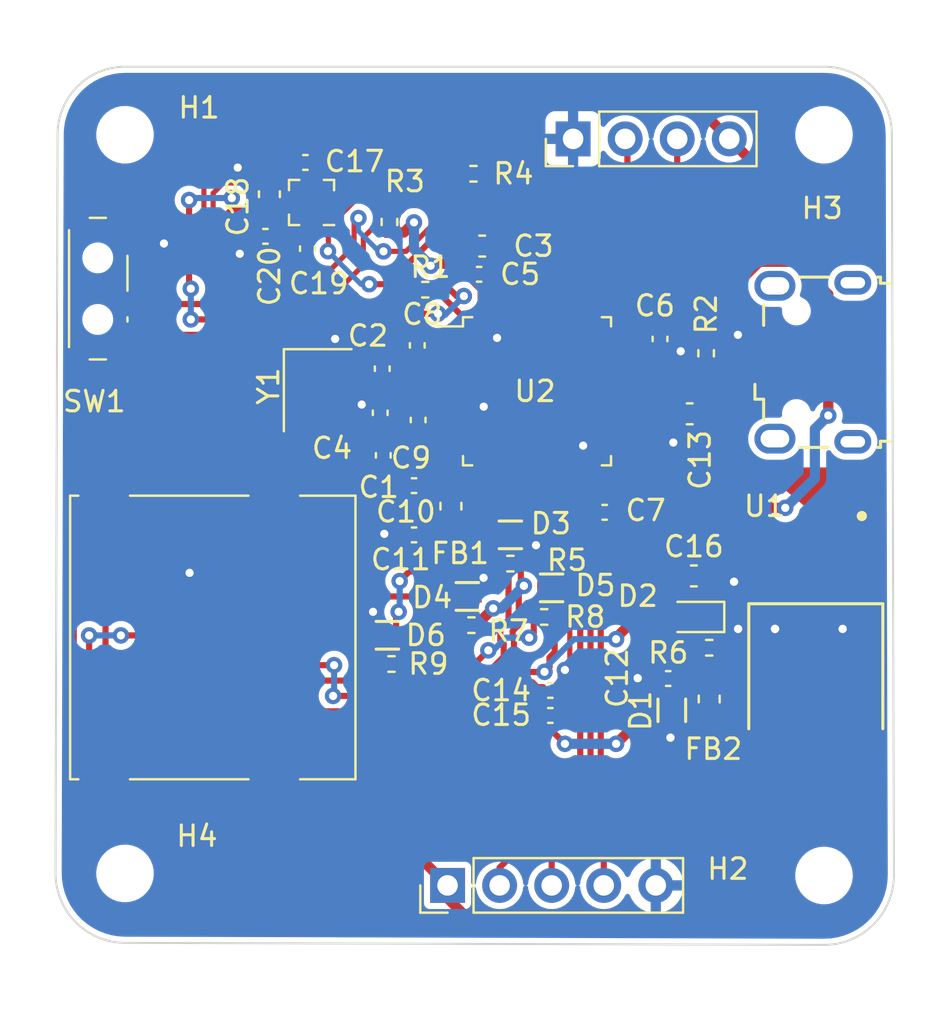
<source format=kicad_pcb>
(kicad_pcb (version 20211014) (generator pcbnew)
  (layers (0 "F.Cu" signal) (31 "B.Cu" power) (34 "B.Paste" user) (35 "F.Paste" user) (36 "B.SilkS" user "B.Silkscreen") (37 "F.SilkS" user "F.Silkscreen") (38 "B.Mask" user) (39 "F.Mask" user) (44 "Edge.Cuts" user))
  (net 0 "")
  (net 1 "/NRST")
  (net 2 "GND")
  (net 3 "/HSE_IN")
  (net 4 "+3V3")
  (net 5 "/HSE_OUT")
  (net 6 "+3.3VA")
  (net 7 "VBUS")
  (net 8 "/SD_VDD")
  (net 9 "Net-(C17-Pad1)")
  (net 10 "/PWR_LED")
  (net 11 "SD_MISO")
  (net 12 "SD_SCK")
  (net 13 "SD_MOSI")
  (net 14 "SD_SS")
  (net 15 "/SWCLK")
  (net 16 "/SWDIO")
  (net 17 "/USB_D-")
  (net 18 "/USB_D+")
  (net 24 "/GPIO_1")
  (net 25 "/GPIO_2")
  (net 26 "/GPIO_3")
  (net 27 "/SW_BOOT0")
  (net 28 "/BOOT0")
  (net 29 "IMU_SDA")
  (net 30 "IMU_SCL")
  (net 43 "/INT_MAG")
  (net 49 "/INT_XL")
  (footprint "Capacitor_SMD:C_0402_1005Metric" (layer "F.Cu") (at 182.548 77.0823 -90)
    (fp_text reference "C8")
    (fp_text value "100n")
  )
  (footprint "Capacitor_SMD:C_0402_1005Metric" (layer "F.Cu") (at 182.39 83.9175 180)
    (fp_text reference "C10")
    (fp_text value "1u")
  )
  (footprint "Resistor_SMD:R_0402_1005Metric" (layer "F.Cu") (at 181.19 71.0675 90)
    (fp_text reference "R3")
    (fp_text value "1k5")
  )
  (footprint "Resistor_SMD:R_0402_1005Metric" (layer "F.Cu") (at 196.64 77.4675 -90)
    (fp_text reference "R2")
    (fp_text value "1k5")
  )
  (footprint "Capacitor_SMD:C_0402_1005Metric" (layer "F.Cu") (at 185.565 73.6175)
    (fp_text reference "C5")
    (fp_text value "100n")
  )
  (footprint "MountingHole:MountingHole_2.2mm_M2" (layer "F.Cu") (at 168.29 66.8175)
    (fp_text reference "H1")
    (fp_text value "MountingHole")
  )
  (footprint "Package_QFP:LQFP-48_7x7mm_P0.5mm" (layer "F.Cu") (at 188.39 79.3175)
    (fp_text reference "U2")
    (fp_text value "STM32F103CBT6")
  )
  (footprint "eec:ON_Semi-CASE_369C-0-0-0" (layer "F.Cu") (at 201.99 92.721251 180)
    (fp_text reference "U1")
    (fp_text value "NCP5501DT33RKG" hide)
  )
  (footprint "Capacitor_SMD:C_0402_1005Metric" (layer "F.Cu") (at 177.09 68.1675 180)
    (fp_text reference "C17")
    (fp_text value "100n")
  )
  (footprint "Capacitor_SMD:C_0603_1608Metric" (layer "F.Cu") (at 185.715 72.2425 180)
    (fp_text reference "C3")
    (fp_text value "10u")
  )
  (footprint "Resistor_SMD:R_0402_1005Metric" (layer "F.Cu") (at 182.94 74.3675)
    (fp_text reference "R1")
    (fp_text value "10k")
  )
  (footprint "Inductor_SMD:L_0603_1608Metric" (layer "F.Cu") (at 196.79 94.3175 -90)
    (fp_text reference "FB2")
    (fp_text value "FerriteBead")
  )
  (footprint "esd2:Semtech-SLP1006P2-0-0-MFG" (layer "F.Cu") (at 189.1 88.9)
    (fp_text reference "D5")
    (fp_text value "SM6T12A" hide)
  )
  (footprint "Package_LGA:LGA-12_2x2mm_P0.5mm" (layer "F.Cu") (at 177.39 70.1175 180)
    (fp_text reference "U3" hide)
    (fp_text value "LSM303C")
  )
  (footprint "Connector_USB:USB_Micro-B_Wuerth_629105150521" (layer "F.Cu") (at 201.845 77.905 90)
    (fp_text reference "J2" hide)
    (fp_text value "USB_B_Micro")
  )
  (footprint "Capacitor_SMD:C_0402_1005Metric" (layer "F.Cu") (at 182.39 86.3175 180)
    (fp_text reference "C11")
    (fp_text value "1u")
  )
  (footprint "Capacitor_SMD:C_0402_1005Metric" (layer "F.Cu") (at 177.19 72.3675 90)
    (fp_text reference "C19")
    (fp_text value "100n")
  )
  (footprint "Resistor_SMD:R_0402_1005Metric" (layer "F.Cu") (at 188.74 90.3175 180)
    (fp_text reference "R8")
    (fp_text value "10k")
  )
  (footprint "Capacitor_SMD:C_0402_1005Metric" (layer "F.Cu") (at 191.69 85.2175 180)
    (fp_text reference "C7")
    (fp_text value "100n")
  )
  (footprint "Resistor_SMD:R_0402_1005Metric" (layer "F.Cu") (at 187.09 87.7175 180)
    (fp_text reference "R5")
    (fp_text value "10k")
  )
  (footprint "Capacitor_SMD:C_0402_1005Metric" (layer "F.Cu") (at 180.84 78.2175 90)
    (fp_text reference "C2")
    (fp_text value "10p")
  )
  (footprint "Capacitor_SMD:C_0402_1005Metric" (layer "F.Cu") (at 194.39 76.7675 -90)
    (fp_text reference "C6")
    (fp_text value "100n")
  )
  (footprint "Connector_PinHeader_2.54mm:PinHeader_1x04_P2.54mm_Vertical" (layer "F.Cu") (at 190.15 67.0175 90)
    (fp_text reference "J1" hide)
    (fp_text value "Conn_01x04_Male")
  )
  (footprint "Button_Switch_SMD:SW_SPDT_PCM12" (layer "F.Cu") (at 167.29 74.3175 -90)
    (fp_text reference "SW1")
    (fp_text value "SW_SPDT")
  )
  (footprint "Capacitor_SMD:C_0402_1005Metric" (layer "F.Cu") (at 189.04 93.9)
    (fp_text reference "C14")
    (fp_text value "2u2")
  )
  (footprint "esd2:Semtech-SLP1006P2-0-0-MFG" (layer "F.Cu") (at 184.99 89.3175)
    (fp_text reference "D4")
    (fp_text value "SM6T12A" hide)
  )
  (footprint "Connector_PinHeader_2.54mm:PinHeader_1x05_P2.54mm_Vertical" (layer "F.Cu") (at 184.025 103.4 90)
    (fp_text reference "J4" hide)
    (fp_text value "Conn_01x05_Male")
  )
  (footprint "Resistor_SMD:R_0402_1005Metric" (layer "F.Cu") (at 185.29 68.7175 180)
    (fp_text reference "R4")
    (fp_text value "1k5")
  )
  (footprint "MountingHole:MountingHole_2.2mm_M2" (layer "F.Cu") (at 202.39 66.8175)
    (fp_text reference "H3")
    (fp_text value "MountingHole")
  )
  (footprint "esd2:Semtech-SLP1006P2-0-0-MFG" (layer "F.Cu") (at 194.965 94.8675 -90)
    (fp_text reference "D1")
    (fp_text value "SM6T12A" hide)
  )
  (footprint "MountingHole:MountingHole_2.2mm_M2" (layer "F.Cu") (at 168.29 102.8175)
    (fp_text reference "H4")
    (fp_text value "MountingHole")
  )
  (footprint "Resistor_SMD:R_0402_1005Metric" (layer "F.Cu") (at 181.29 92.61 180)
    (fp_text reference "R9")
    (fp_text value "10k")
  )
  (footprint "Capacitor_SMD:C_0402_1005Metric" (layer "F.Cu") (at 180.74 80.3675 90)
    (fp_text reference "C4")
    (fp_text value "10p")
  )
  (footprint "Resistor_SMD:R_0402_1005Metric" (layer "F.Cu") (at 185.19 90.7175 180)
    (fp_text reference "R7")
    (fp_text value "10k")
  )
  (footprint "Inductor_SMD:L_0603_1608Metric" (layer "F.Cu") (at 184.19 84.9175 -90)
    (fp_text reference "FB1")
    (fp_text value "120R@100Hz")
  )
  (footprint "Capacitor_SMD:C_0402_1005Metric" (layer "F.Cu") (at 180.89 82.4425 -90)
    (fp_text reference "C1")
    (fp_text value "100n")
  )
  (footprint "LED_SMD:LED_0603_1608Metric" (layer "F.Cu") (at 196.04 90.3175 180)
    (fp_text reference "D2")
    (fp_text value "LED")
  )
  (footprint "Capacitor_SMD:C_0402_1005Metric" (layer "F.Cu") (at 189.04 95.1175)
    (fp_text reference "C15")
    (fp_text value "100n")
  )
  (footprint "Capacitor_SMD:C_0402_1005Metric" (layer "F.Cu") (at 182.59 80.7175 90)
    (fp_text reference "C9")
    (fp_text value "100n")
  )
  (footprint "esd2:Semtech-SLP1006P2-0-0-MFG" (layer "F.Cu") (at 187.09 86.3175)
    (fp_text reference "D3")
    (fp_text value "SM6T12A" hide)
  )
  (footprint "Capacitor_SMD:C_0402_1005Metric" (layer "F.Cu") (at 194.79 93.3175 180)
    (fp_text reference "C12")
    (fp_text value "2u2")
  )
  (footprint "MountingHole:MountingHole_2.2mm_M2" (layer "F.Cu") (at 202.39 102.9175)
    (fp_text reference "H2")
    (fp_text value "MountingHole")
  )
  (footprint "Capacitor_SMD:C_0603_1608Metric" (layer "F.Cu") (at 196.04 88.3175)
    (fp_text reference "C16")
    (fp_text value "4.7u")
  )
  (footprint "Connector_Card:microSD_HC_Wuerth_693072010801" (layer "F.Cu") (at 171.4225 91.3175 90)
    (fp_text reference "J3" hide)
    (fp_text value "Micro_SD_Card")
  )
  (footprint "esd2:Semtech-SLP1006P2-0-0-MFG" (layer "F.Cu") (at 181.09 91.21 180)
    (fp_text reference "D6")
    (fp_text value "SM6T12A" hide)
  )
  (footprint "Capacitor_SMD:C_0603_1608Metric" (layer "F.Cu") (at 175.335 69.7145 90)
    (fp_text reference "C18")
    (fp_text value "10u")
  )
  (footprint "Resistor_SMD:R_0402_1005Metric" (layer "F.Cu") (at 196.79 91.8175 180)
    (fp_text reference "R6")
    (fp_text value "1k5")
  )
  (footprint "Capacitor_SMD:C_0603_1608Metric" (layer "F.Cu") (at 195.84 80.4175 180)
    (fp_text reference "C13")
    (fp_text value "10u")
  )
  (footprint "Capacitor_SMD:C_0402_1005Metric" (layer "F.Cu") (at 175.14 71.7675 180)
    (fp_text reference "C20")
    (fp_text value "100n")
  )
  (footprint "Crystal:Crystal_SMD_3225-4Pin_3.2x2.5mm" (layer "F.Cu") (at 177.69 79.2675 -90)
    (fp_text reference "Y1")
    (fp_text value "Crystal_GND24")
  )
  (gr_arc (start 165 66.8) (mid 165.966548 64.466548) (end 168.3 63.5) (layer "Edge.Cuts") (width 0.1))
  (gr_line (start 164.9 102.8) (end 165 66.8) (layer "Edge.Cuts") (width 0.1))
  (gr_line (start 205.699999 66.8) (end 205.8 102.9) (layer "Edge.Cuts") (width 0.1))
  (gr_line (start 168.3 63.5) (end 202.4 63.5) (layer "Edge.Cuts") (width 0.1))
  (gr_arc (start 168.3 106.2) (mid 165.895837 105.204163) (end 164.9 102.8) (layer "Edge.Cuts") (width 0.1))
  (gr_arc (start 202.4 63.5) (mid 204.733452 64.466548) (end 205.699999 66.8) (layer "Edge.Cuts") (width 0.1))
  (gr_arc (start 205.8 102.9) (mid 204.804163 105.304163) (end 202.4 106.3) (layer "Edge.Cuts") (width 0.1))
  (gr_line (start 168.3 106.2) (end 202.4 106.3) (layer "Edge.Cuts") (width 0.1))
  (segment (start 181.515 81.3375) (end 181.515 80.821213) (width 0.3) (layer "F.Cu") (net 1))
  (segment (start 182.976783 79.5675) (end 184.2275 79.5675) (width 0.3) (layer "F.Cu") (net 1))
  (segment (start 182.775823 79.36654) (end 182.976783 79.5675) (width 0.3) (layer "F.Cu") (net 1))
  (segment (start 181.899039 80.437174) (end 181.89904 79.65846) (width 0.3) (layer "F.Cu") (net 1))
  (segment (start 181.515 80.821213) (end 181.899039 80.437174) (width 0.3) (layer "F.Cu") (net 1))
  (segment (start 180.89 81.9625) (end 181.515 81.3375) (width 0.3) (layer "F.Cu") (net 1))
  (segment (start 181.89904 79.65846) (end 182.19096 79.36654) (width 0.3) (layer "F.Cu") (net 1))
  (segment (start 182.19096 79.36654) (end 182.775823 79.36654) (width 0.3) (layer "F.Cu") (net 1))
  (segment (start 175.24 72.5675) (end 174.66 71.9875) (width 0.25) (layer "F.Cu") (net 2))
  (segment (start 177.19 71.8875) (end 176.77 71.8875) (width 0.25) (layer "F.Cu") (net 2))
  (segment (start 175.335 68.9395) (end 174.813 68.4175) (width 0.25) (layer "F.Cu") (net 2))
  (segment (start 198.24 76.6175) (end 198.19 76.5675) (width 0.25) (layer "F.Cu") (net 2))
  (segment (start 184.2275 80.0675) (end 182.76 80.0675) (width 0.3) (layer "F.Cu") (net 2))
  (segment (start 178.54 78.1675) (end 178.97 77.7375) (width 0.3) (layer "F.Cu") (net 2))
  (segment (start 193.3175 93.3175) (end 193.3 93.3) (width 0.5) (layer "F.Cu") (net 2))
  (segment (start 170.14 72.0675) (end 170.19 72.1175) (width 0.3) (layer "F.Cu") (net 2))
  (segment (start 194.37 77.2675) (end 194.39 77.2475) (width 0.3) (layer "F.Cu") (net 2))
  (segment (start 194.965 95.2925) (end 194.965 96.135) (width 0.5) (layer "F.Cu") (net 2))
  (segment (start 193.590361 77.2675) (end 194.37 77.2675) (width 0.3) (layer "F.Cu") (net 2))
  (segment (start 176.09 72.5675) (end 175.24 72.5675) (width 0.25) (layer "F.Cu") (net 2))
  (segment (start 193.390361 77.0675) (end 193.590361 77.2675) (width 0.3) (layer "F.Cu") (net 2))
  (segment (start 176.51 68.0675) (end 176.61 68.1675) (width 0.3) (layer "F.Cu") (net 2))
  (segment (start 184.2275 80.0675) (end 185.79 80.0675) (width 0.3) (layer "F.Cu") (net 2))
  (segment (start 168.72 72.0675) (end 170.14 72.0675) (width 0.3) (layer "F.Cu") (net 2))
  (segment (start 181.91 86.3175) (end 181.91 83.9175) (width 0.3) (layer "F.Cu") (net 2))
  (segment (start 189.75002 92.9) (end 189.68004 92.83002) (width 0.25) (layer "F.Cu") (net 2))
  (segment (start 176.61 68.338478) (end 176.61 68.1675) (width 0.25) (layer "F.Cu") (net 2))
  (segment (start 190 89.6) (end 190 89.375) (width 0.25) (layer "F.Cu") (net 2))
  (segment (start 180.99 86.3175) (end 180.94 86.2675) (width 0.3) (layer "F.Cu") (net 2))
  (segment (start 176.107 68.1675) (end 175.335 68.9395) (width 0.25) (layer "F.Cu") (net 2))
  (segment (start 180.665 91.21) (end 180.665 90.3425) (width 0.25) (layer "F.Cu") (net 2))
  (segment (start 190.64 83.48) (end 190.64 84.6475) (width 0.3) (layer "F.Cu") (net 2))
  (segment (start 194.39 77.2475) (end 194.432285 77.2475) (width 0.3) (layer "F.Cu") (net 2))
  (segment (start 180.665 90.3425) (end 180.39 90.0675) (width 0.25) (layer "F.Cu") (net 2))
  (segment (start 185.782477 88.409977) (end 185.415 88.777454) (width 0.25) (layer "F.Cu") (net 2))
  (segment (start 189.68004 92.83002) (end 189.52 92.83002) (width 0.25) (layer "F.Cu") (net 2))
  (segment (start 190 89.375) (end 189.525 88.9) (width 0.25) (layer "F.Cu") (net 2))
  (segment (start 180.74 79.8875) (end 179.916966 79.8875) (width 0.3) (layer "F.Cu") (net 2))
  (segment (start 176.84 80.3675) (end 175.890489 79.417989) (width 0.3) (layer "F.Cu") (net 2))
  (segment (start 176.6275 69.8675) (end 177.139022 69.8675) (width 0.25) (layer "F.Cu") (net 2))
  (segment (start 170.59 89.0175) (end 171.44 88.1675) (width 0.25) (layer "F.Cu") (net 2))
  (segment (start 181.91 86.3175) (end 180.99 86.3175) (width 0.3) (layer "F.Cu") (net 2))
  (segment (start 179.916966 79.8875) (end 179.837955 79.966511) (width 0.3) (layer "F.Cu") (net 2))
  (segment (start 186.14 73.7125) (end 186.14 75.155) (width 0.3) (layer "F.Cu") (net 2))
  (segment (start 181.885 83.9175) (end 180.89 82.9225) (width 0.3) (layer "F.Cu") (net 2))
  (segment (start 177.14 68.868478) (end 176.61 68.338478) (width 0.25) (layer "F.Cu") (net 2))
  (segment (start 186.49 73.1725) (end 186.045 73.6175) (width 0.3) (layer "F.Cu") (net 2))
  (segment (start 178.54 78.1675) (end 178.54 76.767) (width 0.3) (layer "F.Cu") (net 2))
  (segment (start 175.890489 79.417989) (end 175.890489 77.117989) (width 0.3) (layer "F.Cu") (net 2))
  (segment (start 169.64 89.0175) (end 170.59 89.0175) (width 0.25) (layer "F.Cu") (net 2))
  (segment (start 189.75002 92.9) (end 189.52 93.13002) (width 0.25) (layer "F.Cu") (net 2))
  (segment (start 174.66 71.847) (end 174.66 71.7675) (width 0.25) (layer "F.Cu") (net 2))
  (segment (start 188.3405 86.821941) (end 187.836059 86.3175) (width 0.25) (layer "F.Cu") (net 2))
  (segment (start 181.91 83.9175) (end 181.885 83.9175) (width 0.3) (layer "F.Cu") (net 2))
  (segment (start 175.890489 77.117989) (end 176.241478 76.767) (width 0.3) (layer "F.Cu") (net 2))
  (segment (start 186.44 76.7175) (end 186.14 76.4175) (width 0.3) (layer "F.Cu") (net 2))
  (segment (start 189.52 93.13002) (end 189.52 95.1) (width 0.25) (layer "F.Cu") (net 2))
  (segment (start 177.14 69.355) (end 177.14 68.868478) (width 0.25) (layer "F.Cu") (net 2))
  (segment (start 187.836059 86.3175) (end 187.515 86.3175) (width 0.25) (layer "F.Cu") (net 2))
  (segment (start 190.64 83.48) (end 190.64 81.9675) (width 0.3) (layer "F.Cu") (net 2))
  (segment (start 174.66 71.9875) (end 174.66 71.7675) (width 0.25) (layer "F.Cu") (net 2))
  (segment (start 173.8895 72.6175) (end 174.66 71.847) (width 0.25) (layer "F.Cu") (net 2))
  (segment (start 199.635 76.6175) (end 198.24 76.6175) (width 0.25) (layer "F.Cu") (net 2))
  (segment (start 195.065 81.7925) (end 195.04 81.8175) (width 0.25) (layer "F.Cu") (net 2))
  (segment (start 195.2795 77.2475) (end 195.4 77.368) (width 0.3) (layer "F.Cu") (net 2))
  (segment (start 189.99 92.66002) (end 189.99 89.5925) (width 0.25) (layer "F.Cu") (net 2))
  (segment (start 195.065 80.4175) (end 195.065 81.7925) (width 0.25) (layer "F.Cu") (net 2))
  (segment (start 194.31 93.3175) (end 193.3175 93.3175) (width 0.5) (layer "F.Cu") (net 2))
  (segment (start 194.965 96.135) (end 194.9 96.2) (width 0.5) (layer "F.Cu") (net 2))
  (segment (start 192.5525 77.0675) (end 193.390361 77.0675) (width 0.3) (layer "F.Cu") (net 2))
  (segment (start 186.49 72.2425) (end 186.49 73.1725) (width 0.3) (layer "F.Cu") (net 2))
  (segment (start 186.045 73.6175) (end 186.14 73.7125) (width 0.3) (layer "F.Cu") (net 2))
  (segment (start 176.77 71.8875) (end 176.09 72.5675) (width 0.25) (layer "F.Cu") (net 2))
  (segment (start 174.813 68.4175) (end 173.79 68.4175) (width 0.25) (layer "F.Cu") (net 2))
  (segment (start 186.14 76.4175) (end 186.14 75.155) (width 0.3) (layer "F.Cu") (net 2))
  (segment (start 194.39 77.2475) (end 195.2795 77.2475) (width 0.3) (layer "F.Cu") (net 2))
  (segment (start 178.97 77.7375) (end 180.84 77.7375) (width 0.3) (layer "F.Cu") (net 2))
  (segment (start 177.139022 69.8675) (end 177.14 69.866522) (width 0.25) (layer "F.Cu") (net 2))
  (segment (start 189.75002 92.9) (end 189.99 92.66002) (width 0.25) (layer "F.Cu") (net 2))
  (segment (start 181.0152 77.5623) (end 180.84 77.7375) (width 0.3) (layer "F.Cu") (net 2))
  (segment (start 177.14 69.866522) (end 177.14 69.355) (width 0.25) (layer "F.Cu") (net 2))
  (segment (start 182.76 80.0675) (end 182.59 80.2375) (width 0.3) (layer "F.Cu") (net 2))
  (segment (start 182.548 77.5623) (end 181.0152 77.5623) (width 0.3) (layer "F.Cu") (net 2))
  (segment (start 176.61 68.1675) (end 176.107 68.1675) (width 0.25) (layer "F.Cu") (net 2))
  (segment (start 185.415 88.777454) (end 185.415 89.3175) (width 0.25) (layer "F.Cu") (net 2))
  (segment (start 190.64 84.6475) (end 191.21 85.2175) (width 0.3) (layer "F.Cu") (net 2))
  (segment (start 176.241478 76.767) (end 178.54 76.767) (width 0.3) (layer "F.Cu") (net 2))
  (via (at 203.3 90.9) (size 0.8) (drill 0.4) (layers "F.Cu" "B.Cu") (net 2))
  (via (at 185.79 80.0675) (size 0.8) (drill 0.4) (layers "F.Cu" "B.Cu") (net 2))
  (via (at 194.9 96.2) (size 0.8) (drill 0.4) (layers "F.Cu" "B.Cu") (net 2))
  (via (at 189.75002 92.9) (size 0.8) (drill 0.4) (layers "F.Cu" "B.Cu") (net 2))
  (via (at 173.8895 72.6175) (size 0.8) (drill 0.4) (layers "F.Cu" "B.Cu") (net 2))
  (via (at 200 90.9) (size 0.8) (drill 0.4) (layers "F.Cu" "B.Cu") (net 2))
  (via (at 170.19 72.1175) (size 0.8) (drill 0.4) (layers "F.Cu" "B.Cu") (net 2))
  (via (at 173.79 68.4175) (size 0.8) (drill 0.4) (layers "F.Cu" "B.Cu") (net 2))
  (via (at 200 90.9) (size 0.8) (drill 0.4) (layers "F.Cu" "B.Cu") (net 2))
  (via (at 194.9 96.2) (size 0.8) (drill 0.4) (layers "F.Cu" "B.Cu") (net 2))
  (via (at 186.44 76.7175) (size 0.8) (drill 0.4) (layers "F.Cu" "B.Cu") (net 2))
  (via (at 198 88.6) (size 0.8) (drill 0.4) (layers "F.Cu" "B.Cu") (net 2))
  (via (at 195.4 77.368) (size 0.8) (drill 0.4) (layers "F.Cu" "B.Cu") (net 2))
  (via (at 193.3 93.3) (size 0.8) (drill 0.4) (layers "F.Cu" "B.Cu") (net 2))
  (via (at 200 90.9) (size 0.8) (drill 0.4) (layers "F.Cu" "B.Cu") (net 2))
  (via (at 171.44 88.1675) (size 0.8) (drill 0.4) (layers "F.Cu" "B.Cu") (net 2))
  (via (at 198 88.6) (size 0.8) (drill 0.4) (layers "F.Cu" "B.Cu") (net 2))
  (via (at 198.2 90.9) (size 0.8) (drill 0.4) (layers "F.Cu" "B.Cu") (net 2))
  (via (at 200 90.9) (size 0.8) (drill 0.4) (layers "F.Cu" "B.Cu") (net 2))
  (via (at 195.04 81.8175) (size 0.8) (drill 0.4) (layers "F.Cu" "B.Cu") (net 2))
  (via (at 203.3 90.9) (size 0.8) (drill 0.4) (layers "F.Cu" "B.Cu") (net 2))
  (via (at 180.94 86.2675) (size 0.8) (drill 0.4) (layers "F.Cu" "B.Cu") (net 2))
  (via (at 178.54 76.767) (size 0.8) (drill 0.4) (layers "F.Cu" "B.Cu") (net 2))
  (via (at 193.3 93.3) (size 0.8) (drill 0.4) (layers "F.Cu" "B.Cu") (net 2))
  (via (at 179.837955 79.966511) (size 0.8) (drill 0.4) (layers "F.Cu" "B.Cu") (net 2))
  (via (at 188.3405 86.821941) (size 0.8) (drill 0.4) (layers "F.Cu" "B.Cu") (net 2))
  (via (at 180.39 90.0675) (size 0.8) (drill 0.4) (layers "F.Cu" "B.Cu") (net 2))
  (via (at 185.782477 88.409977) (size 0.8) (drill 0.4) (layers "F.Cu" "B.Cu") (net 2))
  (via (at 190.64 81.9675) (size 0.8) (drill 0.4) (layers "F.Cu" "B.Cu") (net 2))
  (via (at 198.19 76.5675) (size 0.8) (drill 0.4) (layers "F.Cu" "B.Cu") (net 2))
  (via (at 198.2 90.9) (size 0.8) (drill 0.4) (layers "F.Cu" "B.Cu") (net 2))
  (segment (start 181.09 78.3675) (end 180.74 78.7175) (width 0.3) (layer "F.Cu") (net 3))
  (segment (start 183.19 78.3675) (end 181.09 78.3675) (width 0.3) (layer "F.Cu") (net 3))
  (segment (start 180.96 78.7175) (end 180.74 78.7175) (width 0.3) (layer "F.Cu") (net 3))
  (segment (start 183.19 78.367861) (end 183.19 78.3675) (width 0.3) (layer "F.Cu") (net 3))
  (segment (start 184.2275 78.5675) (end 183.389639 78.5675) (width 0.3) (layer "F.Cu") (net 3))
  (segment (start 180.74 78.7175) (end 180.240489 79.217011) (width 0.3) (layer "F.Cu") (net 3))
  (segment (start 177.590489 79.217011) (end 176.84 78.466522) (width 0.3) (layer "F.Cu") (net 3))
  (segment (start 180.240489 79.217011) (end 177.590489 79.217011) (width 0.3) (layer "F.Cu") (net 3))
  (segment (start 183.389639 78.5675) (end 183.19 78.367861) (width 0.3) (layer "F.Cu") (net 3))
  (segment (start 176.84 78.466522) (end 176.84 78.1675) (width 0.3) (layer "F.Cu") (net 3))
  (segment (start 183.4825 85.705) (end 182.87 86.3175) (width 0.3) (layer "F.Cu") (net 4))
  (segment (start 177.19 72.8475) (end 176.481072 72.8475) (width 0.3) (layer "F.Cu") (net 4))
  (segment (start 174.4325 76.5675) (end 174.6 76.4) (width 0.3) (layer "F.Cu") (net 4))
  (segment (start 173.46683 70.4895) (end 175.335 70.4895) (width 0.3) (layer "F.Cu") (net 4))
  (segment (start 181.9632 76.0175) (end 182.548 76.6023) (width 0.3) (layer "F.Cu") (net 4))
  (segment (start 192.248059 91.334441) (end 195.265 88.3175) (width 0.5) (layer "F.Cu") (net 4))
  (segment (start 185.085 72.3875) (end 184.94 72.2425) (width 0.3) (layer "F.Cu") (net 4))
  (segment (start 187.2 91.006428) (end 187.49952 90.706908) (width 0.3) (layer "F.Cu") (net 4))
  (segment (start 188.747345 93) (end 187.5 93) (width 0.3) (layer "F.Cu") (net 4))
  (segment (start 183.561273 75.538727) (end 182.441973 75.538727) (width 0.3) (layer "F.Cu") (net 4))
  (segment (start 168.72 76.5675) (end 174.4325 76.5675) (width 0.3) (layer "F.Cu") (net 4))
  (segment (start 174.52495 73.04202) (end 174.199959 73.367011) (width 0.3) (layer "F.Cu") (net 4))
  (segment (start 199.233498 73.00548) (end 196.64 75.598978) (width 0.5) (layer "F.Cu") (net 4))
  (segment (start 168.042639 97.017989) (end 165.690489 94.665839) (width 0.5) (layer "F.Cu") (net 4))
  (segment (start 182.6828 76.4675) (end 182.548 76.6023) (width 0.3) (layer "F.Cu") (net 4))
  (segment (start 166.032011 83.267989) (end 176.767989 83.267989) (width 0.5) (layer "F.Cu") (net 4))
  (segment (start 194.37 76.2675) (end 194.39 76.2875) (width 0.3) (layer "F.Cu") (net 4))
  (segment (start 188.754811 92.992534) (end 189.000509 92.746836) (width 0.3) (layer "F.Cu") (net 4))
  (segment (start 199.233498 68.480998) (end 197.77 67.0175) (width 0.5) (layer "F.Cu") (net 4))
  (segment (start 184 73.1) (end 183.3 73.1) (width 0.5) (layer "F.Cu") (net 4))
  (segment (start 174.6 76.4) (end 174.64 76.44) (width 0.5) (layer "F.Cu") (net 4))
  (segment (start 192.248059 91.4) (end 192.248059 91.334441) (width 0.5) (layer "F.Cu") (net 4))
  (segment (start 175.335 70.4895) (end 175.335 71.4825) (width 0.3) (layer "F.Cu") (net 4))
  (segment (start 173.139989 72.927959) (end 173.139989 70.816341) (width 0.3) (layer "F.Cu") (net 4))
  (segment (start 177.642989 97.017989) (end 168.042639 97.017989) (width 0.5) (layer "F.Cu") (net 4))
  (segment (start 182.441973 75.538727) (end 181.9632 76.0175) (width 0.3) (layer "F.Cu") (net 4))
  (segment (start 184.0825 73.1) (end 184 73.1) (width 0.3) (layer "F.Cu") (net 4))
  (segment (start 184.025 104.025) (end 185.2 105.2) (width 0.5) (layer "F.Cu") (net 4))
  (segment (start 183.8 87.5) (end 184.19 87.11) (width 0.5) (layer "F.Cu") (net 4))
  (segment (start 175.335 70.4895) (end 175.968 70.4895) (width 0.3) (layer "F.Cu") (net 4))
  (segment (start 196.64 75.598978) (end 196.64 76.9575) (width 0.5) (layer "F.Cu") (net 4))
  (segment (start 183.19 76.5675) (end 183.09 76.4675) (width 0.3) (layer "F.Cu") (net 4))
  (segment (start 185.64 74.3675) (end 185.085 73.8125) (width 0.3) (layer "F.Cu") (net 4))
  (segment (start 187.2 91.361103) (end 187.2 91.006428) (width 0.3) (layer "F.Cu") (net 4))
  (segment (start 184.025 103.4) (end 177.642989 97.017989) (width 0.5) (layer "F.Cu") (net 4))
  (segment (start 175.968 70.4895) (end 176.065489 70.392011) (width 0.3) (layer "F.Cu") (net 4))
  (segment (start 176.767989 83.267989) (end 179.8 86.3) (width 0.5) (layer "F.Cu") (net 4))
  (segment (start 192.6175 88.3175) (end 192.098079 87.798079) (width 0.5) (layer "F.Cu") (net 4))
  (segment (start 195.265 85.935) (end 196.2 85) (width 0.5) (layer "F.Cu") (net 4))
  (segment (start 195.265 88.3175) (end 195.265 85.935) (width 0.5) (layer "F.Cu") (net 4))
  (segment (start 180.971109 87.5) (end 183.8 87.5) (width 0.5) (layer "F.Cu") (net 4))
  (segment (start 185.8 67.1) (end 185.8 68.7175) (width 0.5) (layer "F.Cu") (net 4))
  (segment (start 185.7 90.7175) (end 185.7 90.4505) (width 0.5) (layer "F.Cu") (net 4))
  (segment (start 192.17 85.175215) (end 192.17 85.2175) (width 0.3) (layer "F.Cu") (net 4))
  (segment (start 202.6 80.5) (end 202.6 74.6) (width 0.5) (layer "F.Cu") (net 4))
  (segment (start 175.335 71.4825) (end 175.62 71.7675) (width 0.3) (layer "F.Cu") (net 4))
  (segment (start 185.2 105.2) (end 195.8 105.2) (width 0.5) (layer "F.Cu") (net 4))
  (segment (start 176.065489 70.392011) (end 176.6275 70.392011) (width 0.3) (layer "F.Cu") (net 4))
  (segment (start 184.06952 73.16952) (end 184.06952 74.280592) (width 0.3) (layer "F.Cu") (net 4))
  (segment (start 192.098079 85.289421) (end 192.17 85.2175) (width 0.5) (layer "F.Cu") (net 4))
  (segment (start 195.97 76.2875) (end 196.64 76.9575) (width 0.3) (layer "F.Cu") (net 4))
  (segment (start 188.754811 92.992534) (end 188.747345 93) (width 0.3) (layer "F.Cu") (net 4))
  (segment (start 191.256908 84.55798) (end 191.552765 84.55798) (width 0.3) (layer "F.Cu") (net 4))
  (segment (start 184.025 103.4) (end 184.025 104.025) (width 0.5) (layer "F.Cu") (net 4))
  (segment (start 196.2 85) (end 200.5 85) (width 0.5) (layer "F.Cu") (net 4))
  (segment (start 191.14 84.441072) (end 191.256908 84.55798) (width 0.3) (layer "F.Cu") (net 4))
  (segment (start 175.62 71.7675) (end 175.7275 71.7675) (width 0.3) (layer "F.Cu") (net 4))
  (segment (start 187.6 88.6505) (end 187.6 87.7175) (width 0.3) (layer "F.Cu") (net 4))
  (segment (start 201.00548 73.00548) (end 199.233498 73.00548) (width 0.5) (layer "F.Cu") (net 4))
  (segment (start 198 94.74) (end 196.79 93.53) (width 0.5) (layer "F.Cu") (net 4))
  (segment (start 189.000509 92.746836) (end 189.000509 92.289541) (width 0.3) (layer "F.Cu") (net 4))
  (segment (start 185.64 75.155) (end 185.64 74.3675) (width 0.3) (layer "F.Cu") (net 4))
  (segment (start 173.139989 70.816341) (end 173.46683 70.4895) (width 0.3) (layer "F.Cu") (net 4))
  (segment (start 195.265 88.3175) (end 192.6175 88.3175) (width 0.5) (layer "F.Cu") (net 4))
  (segment (start 188.1 64.8) (end 185.8 67.1) (width 0.5) (layer "F.Cu") (net 4))
  (segment (start 176.615489 70.879511) (end 176.615489 70.8675) (width 0.3) (layer "F.Cu") (net 4))
  (segment (start 193.74 76.2675) (end 194.37 76.2675) (width 0.3) (layer "F.Cu") (net 4))
  (segment (start 174.6 76.3) (end 174.8825 76.0175) (width 0.3) (layer "F.Cu") (net 4))
  (segment (start 173.579041 73.367011) (end 173.139989 72.927959) (width 0.3) (layer "F.Cu") (net 4))
  (segment (start 187.264031 92.764031) (end 187.264031 91.425134) (width 0.3) (layer "F.Cu") (net 4))
  (segment (start 185.085 73.8125) (end 185.085 73.6175) (width 0.3) (layer "F.Cu") (net 4))
  (segment (start 193.44 76.5675) (end 193.74 76.2675) (width 0.3) (layer "F.Cu") (net 4))
  (segment (start 199.233498 73.00548) (end 199.233498 68.480998) (width 0.5) (layer "F.Cu") (net 4))
  (segment (start 197.77 67.0175) (end 195.5525 64.8) (width 0.5) (layer "F.Cu") (net 4))
  (segment (start 173.46683 70.4895) (end 173.46683 69.93317) (width 0.3) (layer "F.Cu") (net 4))
  (segment (start 187.264031 91.425134) (end 187.2 91.361103) (width 0.3) (layer "F.Cu") (net 4))
  (segment (start 184.19 87.11) (end 184.19 85.705) (width 0.5) (layer "F.Cu") (net 4))
  (segment (start 184.06952 74.280592) (end 184.467701 74.678773) (width 0.3) (layer "F.Cu") (net 4))
  (segment (start 179.8 86.328891) (end 180.971109 87.5) (width 0.5) (layer "F.Cu") (net 4))
  (segment (start 202.6 74.6) (end 201.00548 73.00548) (width 0.5) (layer "F.Cu") (net 4))
  (segment (start 187.5 93) (end 187.264031 92.764031) (width 0.3) (layer "F.Cu") (net 4))
  (segment (start 183.09 76.4675) (end 182.6828 76.4675) (width 0.3) (layer "F.Cu") (net 4))
  (segment (start 184.467701 74.678773) (end 184.821227 74.678773) (width 0.3) (layer "F.Cu") (net 4))
  (segment (start 176.481072 72.8475) (end 176.286552 73.04202) (width 0.3) (layer "F.Cu") (net 4))
  (segment (start 191.14 83.48) (end 191.14 84.441072) (width 0.3) (layer "F.Cu") (net 4))
  (segment (start 187.7495 88.8) (end 187.6 88.6505) (width 0.3) (layer "F.Cu") (net 4))
  (segment (start 184 73.1) (end 184.06952 73.16952) (width 0.3) (layer "F.Cu") (net 4))
  (segment (start 174.64 76.44) (end 174.64 81.14) (width 0.5) (layer "F.Cu") (net 4))
  (segment (start 179.8 86.3) (end 179.8 86.328891) (width 0.5) (layer "F.Cu") (net 4))
  (segment (start 198 103) (end 198 94.74) (width 0.5) (layer "F.Cu") (net 4))
  (segment (start 173.46683 69.93317) (end 173.5 69.9) (width 0.3) (layer "F.Cu") (net 4))
  (segment (start 192.098079 87.798079) (end 192.098079 85.289421) (width 0.5) (layer "F.Cu") (net 4))
  (segment (start 195.8 105.2) (end 198 103) (width 0.5) (layer "F.Cu") (net 4))
  (segment (start 195.5525 64.8) (end 188.1 64.8) (width 0.5) (layer "F.Cu") (net 4))
  (segment (start 176.6275 70.8675) (end 176.6275 70.3675) (width 0.25) (layer "F.Cu") (net 4))
  (segment (start 165.690489 94.665839) (end 165.690489 83.609511) (width 0.5) (layer "F.Cu") (net 4))
  (segment (start 194.39 76.2875) (end 195.97 76.2875) (width 0.3) (layer "F.Cu") (net 4))
  (segment (start 191.552765 84.55798) (end 192.17 85.175215) (width 0.3) (layer "F.Cu") (net 4))
  (segment (start 189.000509 92.289541) (end 189.25 92.04005) (width 0.3) (layer "F.Cu") (net 4))
  (segment (start 183.3 73.1) (end 183.2 73.2) (width 0.5) (layer "F.Cu") (net 4))
  (segment (start 181.8 92.61) (end 183.934136 92.61) (width 0.5) (layer "F.Cu") (net 4))
  (segment (start 171.4155 70) (end 171.4155 74.2335) (width 0.3) (layer "F.Cu") (net 4))
  (segment (start 185.7 90.844136) (end 185.7 90.7175) (width 0.5) (layer "F.Cu") (net 4))
  (segment (start 175.7275 71.7675) (end 176.615489 70.879511) (width 0.3) (layer "F.Cu") (net 4))
  (segment (start 192.5525 76.5675) (end 193.44 76.5675) (width 0.3) (layer "F.Cu") (net 4))
  (segment (start 178.1525 69.8675) (end 178.1525 70.3675) (width 0.25) (layer "F.Cu") (net 4))
  (segment (start 187.49952 90.706908) (end 187.499519 89.049981) (width 0.3) (layer "F.Cu") (net 4))
  (segment (start 184.2275 76.5675) (end 183.19 76.5675) (width 0.3) (layer "F.Cu") (net 4))
  (segment (start 174.64 81.14) (end 176.767989 83.267989) (width 0.5) (layer "F.Cu") (net 4))
  (segment (start 171.5 75.817) (end 174.017 75.817) (width 0.3) (layer "F.Cu") (net 4))
  (segment (start 185.085 73.6175) (end 185.085 72.3875) (width 0.3) (layer "F.Cu") (net 4))
  (segment (start 183.934136 92.61) (end 185.7 90.844136) (width 0.5) (layer "F.Cu") (net 4))
  (segment (start 174.199959 73.367011) (end 173.579041 73.367011) (width 0.3) (layer "F.Cu") (net 4))
  (segment (start 171.4155 74.2335) (end 171.5 74.318) (width 0.3) (layer "F.Cu") (net 4))
  (segment (start 185.7 90.4505) (end 186.2505 89.9) (width 0.5) (layer "F.Cu") (net 4))
  (segment (start 165.690489 83.609511) (end 166.032011 83.267989) (width 0.5) (layer "F.Cu") (net 4))
  (segment (start 189.25 92.04005) (end 189.25 90.3175) (width 0.3) (layer "F.Cu") (net 4))
  (segment (start 187.499519 89.049981) (end 187.7495 88.8) (width 0.3) (layer "F.Cu") (net 4))
  (segment (start 181.897902 71.5775) (end 182.387701 71.087701) (width 0.5) (layer "F.Cu") (net 4))
  (segment (start 184.94 72.2425) (end 184.0825 73.1) (width 0.3) (layer "F.Cu") (net 4))
  (segment (start 176.286552 73.04202) (end 174.52495 73.04202) (width 0.3) (layer "F.Cu") (net 4))
  (segment (start 174.8825 76.0175) (end 181.9632 76.0175) (width 0.3) (layer "F.Cu") (net 4))
  (segment (start 174.017 75.817) (end 174.6 76.4) (width 0.3) (layer "F.Cu") (net 4))
  (segment (start 174.6 76.4) (end 174.6 76.3) (width 0.3) (layer "F.Cu") (net 4))
  (segment (start 181.19 71.5775) (end 181.897902 71.5775) (width 0.5) (layer "F.Cu") (net 4))
  (segment (start 184.19 85.705) (end 183.4825 85.705) (width 0.3) (layer "F.Cu") (net 4))
  (segment (start 176.6275 70.3675) (end 178.1525 70.3675) (width 0.25) (layer "F.Cu") (net 4))
  (via (at 183.561273 75.538727) (size 0.8) (drill 0.4) (layers "F.Cu" "B.Cu") (net 4))
  (via (at 183.2 73.2) (size 0.8) (drill 0.4) (layers "F.Cu" "B.Cu") (net 4))
  (via (at 182.387701 71.087701) (size 0.8) (drill 0.4) (layers "F.Cu" "B.Cu") (net 4))
  (via (at 173.5 69.9) (size 0.8) (drill 0.4) (layers "F.Cu" "B.Cu") (net 4))
  (via (at 171.5 75.817) (size 0.8) (drill 0.4) (layers "F.Cu" "B.Cu") (net 4))
  (via (at 187.7495 88.8) (size 0.8) (drill 0.4) (layers "F.Cu" "B.Cu") (net 4))
  (via (at 171.5 74.318) (size 0.8) (drill 0.4) (layers "F.Cu" "B.Cu") (net 4))
  (via (at 192.248059 91.4) (size 0.8) (drill 0.4) (layers "F.Cu" "B.Cu") (net 4))
  (via (at 186.2505 89.9) (size 0.8) (drill 0.4) (layers "F.Cu" "B.Cu") (net 4))
  (via (at 171.4155 70) (size 0.8) (drill 0.4) (layers "F.Cu" "B.Cu") (net 4))
  (via (at 202.6 80.5) (size 0.8) (drill 0.4) (layers "F.Cu" "B.Cu") (net 4))
  (via (at 184.821227 74.678773) (size 0.8) (drill 0.4) (layers "F.Cu" "B.Cu") (net 4))
  (via (at 200.5 85) (size 0.8) (drill 0.4) (layers "F.Cu" "B.Cu") (net 4))
  (via (at 188.754811 92.992534) (size 0.8) (drill 0.4) (layers "F.Cu" "B.Cu") (net 4))
  (segment (start 188.754811 92.992534) (end 188.754811 92.835239) (width 0.3) (layer "B.Cu") (net 4))
  (segment (start 201.944521 83.555479) (end 201.944521 81.155479) (width 0.5) (layer "B.Cu") (net 4))
  (segment (start 187.7495 88.8) (end 186.6495 89.9) (width 0.5) (layer "B.Cu") (net 4))
  (segment (start 182.387701 71.087701) (end 182.387701 72.387701) (width 0.5) (layer "B.Cu") (net 4))
  (segment (start 182.387701 72.387701) (end 183.2 73.2) (width 0.5) (layer "B.Cu") (net 4))
  (segment (start 188.754811 92.835239) (end 190.19005 91.4) (width 0.3) (layer "B.Cu") (net 4))
  (segment (start 183.8 75.6) (end 183.738727 75.538727) (width 0.3) (layer "B.Cu") (net 4))
  (segment (start 171.6 70) (end 171.4155 70) (width 0.3) (layer "B.Cu") (net 4))
  (segment (start 171.7 69.9) (end 171.6 70) (width 0.3) (layer "B.Cu") (net 4))
  (segment (start 171.5 74.318) (end 171.5 75.817) (width 0.3) (layer "B.Cu") (net 4))
  (segment (start 183.9 75.6) (end 183.8 75.6) (width 0.3) (layer "B.Cu") (net 4))
  (segment (start 183.738727 75.538727) (end 183.561273 75.538727) (width 0.3) (layer "B.Cu") (net 4))
  (segment (start 190.19005 91.4) (end 192.248059 91.4) (width 0.3) (layer "B.Cu") (net 4))
  (segment (start 201.944521 81.155479) (end 202.6 80.5) (width 0.5) (layer "B.Cu") (net 4))
  (segment (start 200.5 85) (end 201.944521 83.555479) (width 0.5) (layer "B.Cu") (net 4))
  (segment (start 173.5 69.9) (end 171.7 69.9) (width 0.3) (layer "B.Cu") (net 4))
  (segment (start 186.6495 89.9) (end 186.2505 89.9) (width 0.5) (layer "B.Cu") (net 4))
  (segment (start 184.821227 74.678773) (end 183.9 75.6) (width 0.3) (layer "B.Cu") (net 4))
  (segment (start 178.54 80.3675) (end 179.02 80.8475) (width 0.3) (layer "F.Cu") (net 5))
  (segment (start 181.39952 79.23298) (end 181.76548 78.86702) (width 0.3) (layer "F.Cu") (net 5))
  (segment (start 180.782285 80.8475) (end 181.39952 80.230265) (width 0.3) (layer "F.Cu") (net 5))
  (segment (start 179.02 80.8475) (end 180.74 80.8475) (width 0.3) (layer "F.Cu") (net 5))
  (segment (start 181.76548 78.86702) (end 182.982731 78.86702) (width 0.3) (layer "F.Cu") (net 5))
  (segment (start 181.39952 80.230265) (end 181.39952 79.23298) (width 0.3) (layer "F.Cu") (net 5))
  (segment (start 183.183211 79.0675) (end 184.2275 79.0675) (width 0.3) (layer "F.Cu") (net 5))
  (segment (start 182.982731 78.86702) (end 183.183211 79.0675) (width 0.3) (layer "F.Cu") (net 5))
  (segment (start 180.74 80.8475) (end 180.782285 80.8475) (width 0.3) (layer "F.Cu") (net 5))
  (segment (start 184.19 84.13) (end 183.5525 84.13) (width 0.3) (layer "F.Cu") (net 6))
  (segment (start 183.389639 80.5675) (end 184.2275 80.5675) (width 0.3) (layer "F.Cu") (net 6))
  (segment (start 183.5525 84.13) (end 183.34 83.9175) (width 0.3) (layer "F.Cu") (net 6))
  (segment (start 182.87 83.9175) (end 182.87 82.2475) (width 0.3) (layer "F.Cu") (net 6))
  (segment (start 182.87 82.2475) (end 182.59 81.9675) (width 0.3) (layer "F.Cu") (net 6))
  (segment (start 182.759639 81.1975) (end 183.389639 80.5675) (width 0.3) (layer "F.Cu") (net 6))
  (segment (start 182.59 81.9675) (end 182.59 81.1975) (width 0.3) (layer "F.Cu") (net 6))
  (segment (start 182.59 81.1975) (end 182.759639 81.1975) (width 0.3) (layer "F.Cu") (net 6))
  (segment (start 183.34 83.9175) (end 182.87 83.9175) (width 0.3) (layer "F.Cu") (net 6))
  (segment (start 195.5425 94.4425) (end 196.205 95.105) (width 0.5) (layer "F.Cu") (net 8))
  (segment (start 188.56 95.30998) (end 189.75002 96.5) (width 0.3) (layer "F.Cu") (net 8))
  (segment (start 188.16 93.5) (end 188.56 93.9) (width 0.3) (layer "F.Cu") (net 8))
  (segment (start 194.965 94.4425) (end 194.305559 94.4425) (width 0.5) (layer "F.Cu") (net 8))
  (segment (start 185.14 95.5175) (end 187.14 93.5175) (width 0.3) (layer "F.Cu") (net 8))
  (segment (start 168.0895 91.2175) (end 169.64 91.2175) (width 0.3) (layer "F.Cu") (net 8))
  (segment (start 187.14 93.5) (end 188.16 93.5) (width 0.3) (layer "F.Cu") (net 8))
  (segment (start 194.965 94.4425) (end 195.5425 94.4425) (width 0.5) (layer "F.Cu") (net 8))
  (segment (start 166.54 91.2175) (end 166.54 94.6675) (width 0.3) (layer "F.Cu") (net 8))
  (segment (start 196.205 95.105) (end 196.79 95.105) (width 0.5) (layer "F.Cu") (net 8))
  (segment (start 188.56 95.1175) (end 188.56 95.30998) (width 0.3) (layer "F.Cu") (net 8))
  (segment (start 179.689511 96.417989) (end 180.59 95.5175) (width 0.3) (layer "F.Cu") (net 8))
  (segment (start 180.59 95.5175) (end 185.14 95.5175) (width 0.3) (layer "F.Cu") (net 8))
  (segment (start 194.305559 94.4425) (end 192.248059 96.5) (width 0.5) (layer "F.Cu") (net 8))
  (segment (start 168.290489 96.417989) (end 179.689511 96.417989) (width 0.3) (layer "F.Cu") (net 8))
  (segment (start 166.54 94.6675) (end 168.290489 96.417989) (width 0.3) (layer "F.Cu") (net 8))
  (segment (start 188.56 93.9) (end 188.56 95.1) (width 0.3) (layer "F.Cu") (net 8))
  (via (at 189.75002 96.5) (size 0.8) (drill 0.4) (layers "F.Cu" "B.Cu") (net 8))
  (via (at 166.54 91.2175) (size 0.8) (drill 0.4) (layers "F.Cu" "B.Cu") (net 8))
  (via (at 192.248059 96.5) (size 0.8) (drill 0.4) (layers "F.Cu" "B.Cu") (net 8))
  (via (at 168.0895 91.2175) (size 0.8) (drill 0.4) (layers "F.Cu" "B.Cu") (net 8))
  (segment (start 166.54 91.2175) (end 168.0895 91.2175) (width 0.3) (layer "B.Cu") (net 8))
  (segment (start 192.248059 96.5) (end 189.75002 96.5) (width 0.5) (layer "B.Cu") (net 8))
  (segment (start 177.64 69.355) (end 177.64 68.2375) (width 0.25) (layer "F.Cu") (net 9))
  (segment (start 177.64 68.2375) (end 177.57 68.1675) (width 0.25) (layer "F.Cu") (net 9))
  (segment (start 196.28 91.32) (end 196.8275 90.7725) (width 0.5) (layer "F.Cu") (net 10))
  (segment (start 196.8275 90.7725) (end 196.8275 90.3175) (width 0.5) (layer "F.Cu") (net 10))
  (segment (start 196.28 91.8175) (end 196.28 91.32) (width 0.5) (layer "F.Cu") (net 10))
  (segment (start 186.58 87.7175) (end 187 88.1375) (width 0.3) (layer "F.Cu") (net 11))
  (segment (start 186.665 86.3175) (end 186.665 85.749906) (width 0.3) (layer "F.Cu") (net 11))
  (segment (start 186.6 90.9) (end 186.6 91.46753) (width 0.3) (layer "F.Cu") (net 11))
  (segment (start 173.19 95.5175) (end 168.790978 95.5175) (width 0.3) (layer "F.Cu") (net 11))
  (segment (start 168.790978 95.5175) (end 167.34 94.066522) (width 0.3) (layer "F.Cu") (net 11))
  (segment (start 167.34 89.468478) (end 168.890978 87.9175) (width 0.3) (layer "F.Cu") (net 11))
  (segment (start 186.764511 92.252959) (end 184.100959 94.916511) (width 0.3) (layer "F.Cu") (net 11))
  (segment (start 184.100959 94.916511) (end 173.790989 94.916511) (width 0.3) (layer "F.Cu") (net 11))
  (segment (start 187.14 85.274906) (end 187.14 83.48) (width 0.3) (layer "F.Cu") (net 11))
  (segment (start 173.790989 94.916511) (end 173.19 95.5175) (width 0.3) (layer "F.Cu") (net 11))
  (segment (start 186.58 87.7175) (end 186.58 86.4025) (width 0.3) (layer "F.Cu") (net 11))
  (segment (start 167.34 94.066522) (end 167.34 89.468478) (width 0.3) (layer "F.Cu") (net 11))
  (segment (start 187 90.5) (end 186.6 90.9) (width 0.3) (layer "F.Cu") (net 11))
  (segment (start 186.58 86.4025) (end 186.665 86.3175) (width 0.3) (layer "F.Cu") (net 11))
  (segment (start 168.890978 87.9175) (end 169.64 87.9175) (width 0.3) (layer "F.Cu") (net 11))
  (segment (start 186.665 85.749906) (end 187.14 85.274906) (width 0.3) (layer "F.Cu") (net 11))
  (segment (start 186.764511 91.632041) (end 186.764511 92.252959) (width 0.3) (layer "F.Cu") (net 11))
  (segment (start 186.6 91.46753) (end 186.764511 91.632041) (width 0.3) (layer "F.Cu") (net 11))
  (segment (start 187 88.1375) (end 187 90.5) (width 0.3) (layer "F.Cu") (net 11))
  (segment (start 170.69 90.1175) (end 171.49 89.3175) (width 0.3) (layer "F.Cu") (net 12))
  (segment (start 171.49 89.3175) (end 184.565 89.3175) (width 0.3) (layer "F.Cu") (net 12))
  (segment (start 184.565 88.5675) (end 185.815 87.3175) (width 0.3) (layer "F.Cu") (net 12))
  (segment (start 186.64 85.068478) (end 186.64 83.48) (width 0.3) (layer "F.Cu") (net 12))
  (segment (start 185.815 87.3175) (end 185.815 85.893478) (width 0.3) (layer "F.Cu") (net 12))
  (segment (start 184.68 90.7175) (end 184.68 89.4325) (width 0.3) (layer "F.Cu") (net 12))
  (segment (start 184.68 89.4325) (end 184.565 89.3175) (width 0.3) (layer "F.Cu") (net 12))
  (segment (start 184.565 89.3175) (end 184.565 88.5675) (width 0.3) (layer "F.Cu") (net 12))
  (segment (start 185.815 85.893478) (end 186.64 85.068478) (width 0.3) (layer "F.Cu") (net 12))
  (segment (start 169.64 90.1175) (end 170.69 90.1175) (width 0.3) (layer "F.Cu") (net 12))
  (segment (start 188.23 91.104024) (end 188.23 90.3175) (width 0.3) (layer "F.Cu") (net 13))
  (segment (start 178.49 92.668) (end 175.6405 92.668) (width 0.3) (layer "F.Cu") (net 13))
  (segment (start 183.7905 94.167) (end 186.015 91.9425) (width 0.3) (layer "F.Cu") (net 13))
  (segment (start 178.44 94.167) (end 183.7905 94.167) (width 0.3) (layer "F.Cu") (net 13))
  (segment (start 188.675 88.9) (end 188.675 88.475978) (width 0.3) (layer "F.Cu") (net 13))
  (segment (start 188.675 89.425) (end 188.675 88.9) (width 0.3) (layer "F.Cu") (net 13))
  (segment (start 188.23 89.8275) (end 188.465 89.5925) (width 0.3) (layer "F.Cu") (net 13))
  (segment (start 188.5 89.6) (end 188.675 89.425) (width 0.3) (layer "F.Cu") (net 13))
  (segment (start 188.23 90.3175) (end 188.23 89.8275) (width 0.3) (layer "F.Cu") (net 13))
  (segment (start 175.29 92.3175) (end 169.64 92.3175) (width 0.3) (layer "F.Cu") (net 13))
  (segment (start 188.675 88.475978) (end 189.3 87.850978) (width 0.3) (layer "F.Cu") (net 13))
  (segment (start 175.6405 92.668) (end 175.29 92.3175) (width 0.3) (layer "F.Cu") (net 13))
  (segment (start 189.3 87.868478) (end 189.3 86.683928) (width 0.3) (layer "F.Cu") (net 13))
  (segment (start 187.64 85.023928) (end 187.64 83.48) (width 0.3) (layer "F.Cu") (net 13))
  (segment (start 189.3 86.683928) (end 187.64 85.023928) (width 0.3) (layer "F.Cu") (net 13))
  (segment (start 188.64 88.935) (end 188.675 88.9) (width 0.3) (layer "F.Cu") (net 13))
  (segment (start 188.007073 91.326951) (end 188.23 91.104024) (width 0.3) (layer "F.Cu") (net 13))
  (via (at 188.007073 91.326951) (size 0.8) (drill 0.4) (layers "F.Cu" "B.Cu") (net 13))
  (via (at 178.44 94.167) (size 0.8) (drill 0.4) (layers "F.Cu" "B.Cu") (net 13))
  (via (at 186.015 91.9425) (size 0.8) (drill 0.4) (layers "F.Cu" "B.Cu") (net 13))
  (via (at 178.49 92.668) (size 0.8) (drill 0.4) (layers "F.Cu" "B.Cu") (net 13))
  (segment (start 186.2575 91.9425) (end 186.015 91.9425) (width 0.3) (layer "B.Cu") (net 13))
  (segment (start 178.49 94.117) (end 178.44 94.167) (width 0.3) (layer "B.Cu") (net 13))
  (segment (start 178.49 92.668) (end 178.49 94.117) (width 0.3) (layer "B.Cu") (net 13))
  (segment (start 186.873049 91.326951) (end 186.2575 91.9425) (width 0.3) (layer "B.Cu") (net 13))
  (segment (start 188.007073 91.326951) (end 186.873049 91.326951) (width 0.3) (layer "B.Cu") (net 13))
  (segment (start 180.78 92.61) (end 181.515 91.875) (width 0.3) (layer "F.Cu") (net 14))
  (segment (start 185.31548 85.142381) (end 186.14 84.317861) (width 0.3) (layer "F.Cu") (net 14))
  (segment (start 179.9725 93.4175) (end 180.78 92.61) (width 0.3) (layer "F.Cu") (net 14))
  (segment (start 181.515 91.875) (end 181.515 91.21) (width 0.3) (layer "F.Cu") (net 14))
  (segment (start 181.69 88.568) (end 182.158 88.1) (width 0.3) (layer "F.Cu") (net 14))
  (segment (start 184.3 88.1) (end 185.31548 87.08452) (width 0.3) (layer "F.Cu") (net 14))
  (segment (start 185.31548 87.08452) (end 185.31548 85.142381) (width 0.3) (layer "F.Cu") (net 14))
  (segment (start 181.64 90.067) (end 181.515 90.192) (width 0.3) (layer "F.Cu") (net 14))
  (segment (start 182.158 88.1) (end 184.3 88.1) (width 0.3) (layer "F.Cu") (net 14))
  (segment (start 186.14 84.317861) (end 186.14 83.48) (width 0.3) (layer "F.Cu") (net 14))
  (segment (start 181.515 90.192) (end 181.515 91.21) (width 0.3) (layer "F.Cu") (net 14))
  (segment (start 169.64 93.4175) (end 179.9725 93.4175) (width 0.3) (layer "F.Cu") (net 14))
  (via (at 181.69 88.568) (size 0.8) (drill 0.4) (layers "F.Cu" "B.Cu") (net 14))
  (via (at 181.64 90.067) (size 0.8) (drill 0.4) (layers "F.Cu" "B.Cu") (net 14))
  (segment (start 181.69 88.568) (end 181.69 90.017) (width 0.3) (layer "B.Cu") (net 14))
  (segment (start 181.69 90.017) (end 181.64 90.067) (width 0.3) (layer "B.Cu") (net 14))
  (segment (start 192.8 67.1275) (end 192.69 67.0175) (width 0.3) (layer "F.Cu") (net 15))
  (segment (start 192.8 70.8075) (end 191.14 72.4675) (width 0.3) (layer "F.Cu") (net 15))
  (segment (start 191.14 72.4675) (end 191.14 75.155) (width 0.3) (layer "F.Cu") (net 15))
  (segment (start 192.8 70.8075) (end 192.8 67.1275) (width 0.3) (layer "F.Cu") (net 15))
  (segment (start 195.23 72.4775) (end 195.23 67.0175) (width 0.3) (layer "F.Cu") (net 16))
  (segment (start 191.46548 77.318341) (end 191.46548 76.24202) (width 0.3) (layer "F.Cu") (net 16))
  (segment (start 191.714639 77.5675) (end 191.46548 77.318341) (width 0.3) (layer "F.Cu") (net 16))
  (segment (start 191.46548 76.24202) (end 195.23 72.4775) (width 0.3) (layer "F.Cu") (net 16))
  (segment (start 192.5525 77.5675) (end 191.714639 77.5675) (width 0.3) (layer "F.Cu") (net 16))
  (segment (start 192.5525 78.5675) (end 199.635 78.5675) (width 0.2) (layer "F.Cu") (net 17))
  (segment (start 192.5525 78.0675) (end 192.602499 78.117499) (width 0.2) (layer "F.Cu") (net 18))
  (segment (start 192.5525 78.0675) (end 198.34 78.0675) (width 0.2) (layer "F.Cu") (net 18))
  (segment (start 198.49 77.9175) (end 199.635 77.9175) (width 0.2) (layer "F.Cu") (net 18))
  (segment (start 198.34 78.0675) (end 198.49 77.9175) (width 0.2) (layer "F.Cu") (net 18))
  (segment (start 188.14 84.8175) (end 190.49952 87.17702) (width 0.3) (layer "F.Cu") (net 24))
  (segment (start 190.49952 87.17702) (end 190.49952 98.60048) (width 0.3) (layer "F.Cu") (net 24))
  (segment (start 190.49952 98.60048) (end 186.565 102.535) (width 0.3) (layer "F.Cu") (net 24))
  (segment (start 188.14 83.48) (end 188.14 84.8175) (width 0.3) (layer "F.Cu") (net 24))
  (segment (start 186.565 102.535) (end 186.565 103.4) (width 0.3) (layer "F.Cu") (net 24))
  (segment (start 188.64 84.611072) (end 190.99904 86.970113) (width 0.3) (layer "F.Cu") (net 25))
  (segment (start 190.99904 86.970113) (end 190.99904 98.807388) (width 0.3) (layer "F.Cu") (net 25))
  (segment (start 188.64 83.48) (end 188.64 84.611072) (width 0.3) (layer "F.Cu") (net 25))
  (segment (start 190.99904 98.807388) (end 189.105 100.701428) (width 0.3) (layer "F.Cu") (net 25))
  (segment (start 189.105 100.701428) (end 189.105 103.4) (width 0.3) (layer "F.Cu") (net 25))
  (segment (start 191.498559 100.798559) (end 191.645 100.945) (width 0.3) (layer "F.Cu") (net 26))
  (segment (start 191.645 100.945) (end 191.645 103.4) (width 0.3) (layer "F.Cu") (net 26))
  (segment (start 189.14 83.48) (end 189.14 84.404644) (width 0.3) (layer "F.Cu") (net 26))
  (segment (start 189.14 84.404644) (end 191.498559 86.763204) (width 0.3) (layer "F.Cu") (net 26))
  (segment (start 191.498559 86.763204) (end 191.498559 100.798559) (width 0.3) (layer "F.Cu") (net 26))
  (segment (start 168.72 75.0675) (end 181.73 75.0675) (width 0.3) (layer "F.Cu") (net 27))
  (segment (start 181.73 75.0675) (end 182.43 74.3675) (width 0.3) (layer "F.Cu") (net 27))
  (segment (start 187.64 75.992861) (end 187.89 76.242861) (width 0.3) (layer "F.Cu") (net 28))
  (segment (start 187.89 77.3675) (end 187.44 77.8175) (width 0.3) (layer "F.Cu") (net 28))
  (segment (start 187.64 75.155) (end 187.64 75.992861) (width 0.3) (layer "F.Cu") (net 28))
  (segment (start 185.31452 76.23202) (end 183.45 74.3675) (width 0.3) (layer "F.Cu") (net 28))
  (segment (start 185.31452 77.29202) (end 185.31452 76.23202) (width 0.3) (layer "F.Cu") (net 28))
  (segment (start 185.84 77.8175) (end 185.31452 77.29202) (width 0.3) (layer "F.Cu") (net 28))
  (segment (start 187.89 76.242861) (end 187.89 77.3675) (width 0.3) (layer "F.Cu") (net 28))
  (segment (start 187.44 77.8175) (end 185.84 77.8175) (width 0.3) (layer "F.Cu") (net 28))
  (segment (start 178.68904 74.39346) (end 179.915489 73.167011) (width 0.25) (layer "F.Cu") (net 29))
  (segment (start 181.19 70.5575) (end 181.775 70.5575) (width 0.25) (layer "F.Cu") (net 29))
  (segment (start 185.68276 70.205836) (end 188.142618 70.205836) (width 0.25) (layer "F.Cu") (net 29))
  (segment (start 178.1525 69.3675) (end 178.69 68.83) (width 0.25) (layer "F.Cu") (net 29))
  (segment (start 172.21596 68.74346) (end 172.14 68.81942) (width 0.25) (layer "F.Cu") (net 29))
  (segment (start 188.14 74.04202) (end 189.51452 72.6675) (width 0.3) (layer "F.Cu") (net 29))
  (segment (start 172.14 68.81942) (end 172.14 73.6675) (width 0.25) (layer "F.Cu") (net 29))
  (segment (start 178.69 67.8175) (end 178.40548 67.53298) (width 0.25) (layer "F.Cu") (net 29))
  (segment (start 185.494904 70.01798) (end 185.68276 70.205836) (width 0.25) (layer "F.Cu") (net 29))
  (segment (start 188.14 75.155) (end 188.14 74.04202) (width 0.3) (layer "F.Cu") (net 29))
  (segment (start 188.191658 70.205836) (end 189.53952 71.553698) (width 0.25) (layer "F.Cu") (net 29))
  (segment (start 178.40548 67.53298) (end 173.42452 67.53298) (width 0.25) (layer "F.Cu") (net 29))
  (segment (start 173.42452 67.53298) (end 172.19 68.7675) (width 0.25) (layer "F.Cu") (net 29))
  (segment (start 189.53952 71.553698) (end 189.53952 72.6675) (width 0.25) (layer "F.Cu") (net 29))
  (segment (start 178.69 68.83) (end 178.69 67.8175) (width 0.25) (layer "F.Cu") (net 29))
  (segment (start 179.915489 71.832011) (end 181.19 70.5575) (width 0.25) (layer "F.Cu") (net 29))
  (segment (start 172.14 73.6675) (end 172.86596 74.39346) (width 0.25) (layer "F.Cu") (net 29))
  (segment (start 189.533928 72.6675) (end 189.53952 72.6675) (width 0.25) (layer "F.Cu") (net 29))
  (segment (start 183.619889 70.26654) (end 183.868449 70.01798) (width 0.25) (layer "F.Cu") (net 29))
  (segment (start 172.86596 74.39346) (end 178.68904 74.39346) (width 0.25) (layer "F.Cu") (net 29))
  (segment (start 179.915489 73.167011) (end 179.915489 71.832011) (width 0.25) (layer "F.Cu") (net 29))
  (segment (start 183.868449 70.01798) (end 185.494904 70.01798) (width 0.25) (layer "F.Cu") (net 29))
  (segment (start 182.06596 70.26654) (end 183.619889 70.26654) (width 0.25) (layer "F.Cu") (net 29))
  (segment (start 181.775 70.5575) (end 182.06596 70.26654) (width 0.25) (layer "F.Cu") (net 29))
  (segment (start 188.64 74.213092) (end 188.64 75.155) (width 0.25) (layer "F.Cu") (net 30))
  (segment (start 190.19 72.663092) (end 188.64 74.213092) (width 0.25) (layer "F.Cu") (net 30))
  (segment (start 184.830141 68.7175) (end 185.868957 69.756316) (width 0.25) (layer "F.Cu") (net 30))
  (segment (start 185.868957 69.756316) (end 188.328816 69.756316) (width 0.25) (layer "F.Cu") (net 30))
  (segment (start 182.99048 69.81702) (end 183.98 68.8275) (width 0.25) (layer "F.Cu") (net 30))
  (segment (start 179.714502 69.81702) (end 182.99048 69.81702) (width 0.25) (layer "F.Cu") (net 30))
  (segment (start 183.98 68.8275) (end 184.69 68.8275) (width 0.25) (layer "F.Cu") (net 30))
  (segment (start 188.377856 69.756316) (end 190.19 71.56846) (width 0.25) (layer "F.Cu") (net 30))
  (segment (start 178.664022 70.8675) (end 179.714502 69.81702) (width 0.25) (layer "F.Cu") (net 30))
  (segment (start 190.19 71.56846) (end 190.19 72.663092) (width 0.25) (layer "F.Cu") (net 30))
  (segment (start 184.78 68.7175) (end 184.830141 68.7175) (width 0.25) (layer "F.Cu") (net 30))
  (segment (start 178.1525 70.8675) (end 178.664022 70.8675) (width 0.25) (layer "F.Cu") (net 30))
  (segment (start 174.857382 69.71402) (end 175.812618 69.71402) (width 0.25) (layer "F.Cu") (net 43))
  (segment (start 188.066164 70.71606) (end 189.09 71.739896) (width 0.25) (layer "F.Cu") (net 43))
  (segment (start 174.310862 69.1675) (end 174.857382 69.71402) (width 0.25) (layer "F.Cu") (net 43))
  (segment (start 179.67806 70.87806) (end 179.465969 71.090151) (width 0.25) (layer "F.Cu") (net 43))
  (segment (start 187.14 74.352494) (end 187.14 75.155) (width 0.25) (layer "F.Cu") (net 43))
  (segment (start 179.465969 71.090151) (end 179.465969 72.241531) (width 0.25) (layer "F.Cu") (net 43))
  (segment (start 177.76356 73.94394) (end 173.052158 73.94394) (width 0.25) (layer "F.Cu") (net 43))
  (segment (start 172.58952 69.66798) (end 173.09 69.1675) (width 0.25) (layer "F.Cu") (net 43))
  (segment (start 183.78394 70.71606) (end 188.017124 70.71606) (width 0.25) (layer "F.Cu") (net 43))
  (segment (start 173.052158 73.94394) (end 172.58952 73.481302) (width 0.25) (layer "F.Cu") (net 43))
  (segment (start 175.812618 69.71402) (end 176.159138 69.3675) (width 0.25) (layer "F.Cu") (net 43))
  (segment (start 173.09 69.1675) (end 174.310862 69.1675) (width 0.25) (layer "F.Cu") (net 43))
  (segment (start 182 72.5) (end 183.78394 70.71606) (width 0.25) (layer "F.Cu") (net 43))
  (segment (start 189.09 71.739896) (end 189.09 72.402494) (width 0.25) (layer "F.Cu") (net 43))
  (segment (start 176.159138 69.3675) (end 176.6275 69.3675) (width 0.25) (layer "F.Cu") (net 43))
  (segment (start 189.09 72.402494) (end 187.14 74.352494) (width 0.25) (layer "F.Cu") (net 43))
  (segment (start 172.58952 73.481302) (end 172.58952 69.66798) (width 0.25) (layer "F.Cu") (net 43))
  (segment (start 179.465969 72.241531) (end 177.76356 73.94394) (width 0.25) (layer "F.Cu") (net 43))
  (segment (start 180.9 72.5) (end 182 72.5) (width 0.25) (layer "F.Cu") (net 43))
  (via (at 179.67806 70.87806) (size 0.8) (drill 0.4) (layers "F.Cu" "B.Cu") (net 43))
  (via (at 180.9 72.5) (size 0.8) (drill 0.4) (layers "F.Cu" "B.Cu") (net 43))
  (segment (start 180.6725 72.5) (end 179.67806 71.50556) (width 0.25) (layer "B.Cu") (net 43))
  (segment (start 180.9 72.5) (end 180.6725 72.5) (width 0.25) (layer "B.Cu") (net 43))
  (segment (start 179.67806 71.50556) (end 179.67806 70.87806) (width 0.25) (layer "B.Cu") (net 43))
  (segment (start 187.406528 71.19058) (end 187.983448 71.7675) (width 0.3) (layer "F.Cu") (net 49))
  (segment (start 184.00942 71.19058) (end 187.36308 71.19058) (width 0.3) (layer "F.Cu") (net 49))
  (segment (start 178.21193 71.7925) (end 177.64 71.22057) (width 0.25) (layer "F.Cu") (net 49))
  (segment (start 186.64 74.181422) (end 186.64 75.155) (width 0.3) (layer "F.Cu") (net 49))
  (segment (start 187.983448 71.7675) (end 187.983448 72.824052) (width 0.3) (layer "F.Cu") (net 49))
  (segment (start 177.64 71.22057) (end 177.64 70.88) (width 0.25) (layer "F.Cu") (net 49))
  (segment (start 187.983448 72.824052) (end 186.64 74.1675) (width 0.3) (layer "F.Cu") (net 49))
  (segment (start 181.1 74.1) (end 184.00942 71.19058) (width 0.3) (layer "F.Cu") (net 49))
  (segment (start 178.191451 72.491451) (end 178.21193 72.470972) (width 0.25) (layer "F.Cu") (net 49))
  (segment (start 180.2 74.1) (end 181.1 74.1) (width 0.3) (layer "F.Cu") (net 49))
  (segment (start 178.21193 72.470972) (end 178.21193 71.7925) (width 0.25) (layer "F.Cu") (net 49))
  (via (at 180.2 74.1) (size 0.8) (drill 0.4) (layers "F.Cu" "B.Cu") (net 49))
  (via (at 178.191451 72.491451) (size 0.8) (drill 0.4) (layers "F.Cu" "B.Cu") (net 49))
  (segment (start 179.8 74.1) (end 178.191451 72.491451) (width 0.25) (layer "B.Cu") (net 49))
  (segment (start 180.2 74.1) (end 179.8 74.1) (width 0.25) (layer "B.Cu") (net 49))
  (zone (net 2) (net_name "GND") (layer "F.Cu") (connect_pads yes (clearance 0.3)) (min_thickness 0.254) (fill yes (thermal_gap 0.508) (thermal_bridge_width 0.508))
    (polygon (pts (xy 198.5 89.887859) (xy 203.6 89.887859) (xy 205.3 90.387859) (xy 205.3 98.087859) (xy 198.4 98.087859) (xy 198.4 92.387859) (xy 196.9 92.387859) (xy 196.9 91.187859) (xy 197.7 91.187859) (xy 197.7 89.187859) (xy 196.2 89.187859) (xy 196.2 87.587859) (xy 198.5 87.6)))
  )
  (zone (net 4) (net_name "+3V3") (layer "F.Cu") (connect_pads yes (clearance 0.3)) (min_thickness 0.254) (fill yes (thermal_gap 0.508) (thermal_bridge_width 0.508))
    (polygon (pts (xy 195.6 91.3) (xy 195.6 92.7) (xy 197.7 92.7) (xy 197.7 94.2) (xy 196 94.2) (xy 195.8 93.8) (xy 194.8 93.8) (xy 194.8 93.1) (xy 194.5 92.6) (xy 194.5 91.1) (xy 196 91.1)))
  )
  (zone (net 7) (net_name "VBUS") (layer "F.Cu") (connect_pads yes (clearance 0.3)) (min_thickness 0.254) (fill yes (thermal_gap 0.508) (thermal_bridge_width 0.508))
    (polygon (pts (xy 199.97 78.98) (xy 199.97 79.43) (xy 198.49 79.43) (xy 197.69 79.43) (xy 197.39 79.73) (xy 197.39 83.03) (xy 205.19 83.03) (xy 205.29 89.43) (xy 202.29 89.43) (xy 202.29 85.63) (xy 200.49 84.13) (xy 195.89 84.13) (xy 195.89 79.33) (xy 196.39 78.93) (xy 198.48 78.93)))
  )
  (zone (net 4) (net_name "+3V3") (layer "F.Cu") (connect_pads yes (clearance 0.3)) (min_thickness 0.254) (fill yes (thermal_gap 0.508) (thermal_bridge_width 0.508))
    (polygon (pts (xy 200.7 89.2) (xy 198.8 89.2) (xy 198.8 87.4) (xy 196 87.4) (xy 196 91.1) (xy 194.5 91.1) (xy 194.5 85.8) (xy 200.7 85.8)))
  )
  (zone (net 2) (net_name "GND") (layer "B.Cu") (connect_pads (clearance 0.3)) (min_thickness 0.25) (fill yes (thermal_gap 0.5) (thermal_bridge_width 0.5))
    (polygon (pts (xy 205.74 106.68) (xy 165.1 106.68) (xy 165.1 63.5) (xy 205.74 63.5)))
  )
)
</source>
